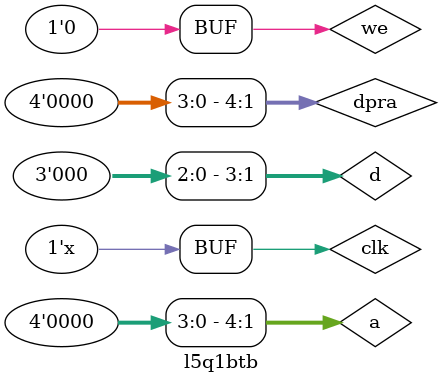
<source format=v>
`timescale 1ns / 1ps


module l5q1btb();

	// Inputs
	reg [4:0] a;
	reg [3:0] d;
	reg [4:0] dpra;
	reg clk=0;
	reg we;

	// Outputs
	wire [3:0] dpo;

	// Instantiate the Unit Under Test (UUT)
	l5q1b t2 (
		.a(a), 
		.d(d), 
		.dpra(dpra), 
		.clk(clk), 
		.we(we), 
		.dpo(dpo)
	);
always
begin
#5 clk=~clk; 
end
initial 
begin
	a = 0;
		d = 0;
		dpra = 0;
		we = 0;
		clk=0;
		// Wait 100 ns for global reset to finish
		#100;
		a = 0;
		d = 0;
		dpra = 0;
		we = 1;
#10
		a = 1;
		d = 1;
		dpra = 1;
#10		
		a = 2;
		d = 2;
		dpra = 2;
#10	
		a = 3;
		d = 3;
		dpra = 3;
#10	
		a = 4;
		d = 4;
		dpra = 4;
repeat (50)
begin	
	a = $random;
	d = $random;
	dpra = $random;
	#10;
end		
#10	
		a = 0;
		dpra = 0;
		we = 0;
#10	
		a = 1;
		dpra = 1;
#10	
		a = 2;
		dpra = 2;
#10	
		a = 3;
		dpra = 3;
#10       
repeat (50)
begin	
	a = $random;
	d = $random;
	dpra = $random;
	#10;
end	
	end
      
endmodule


</source>
